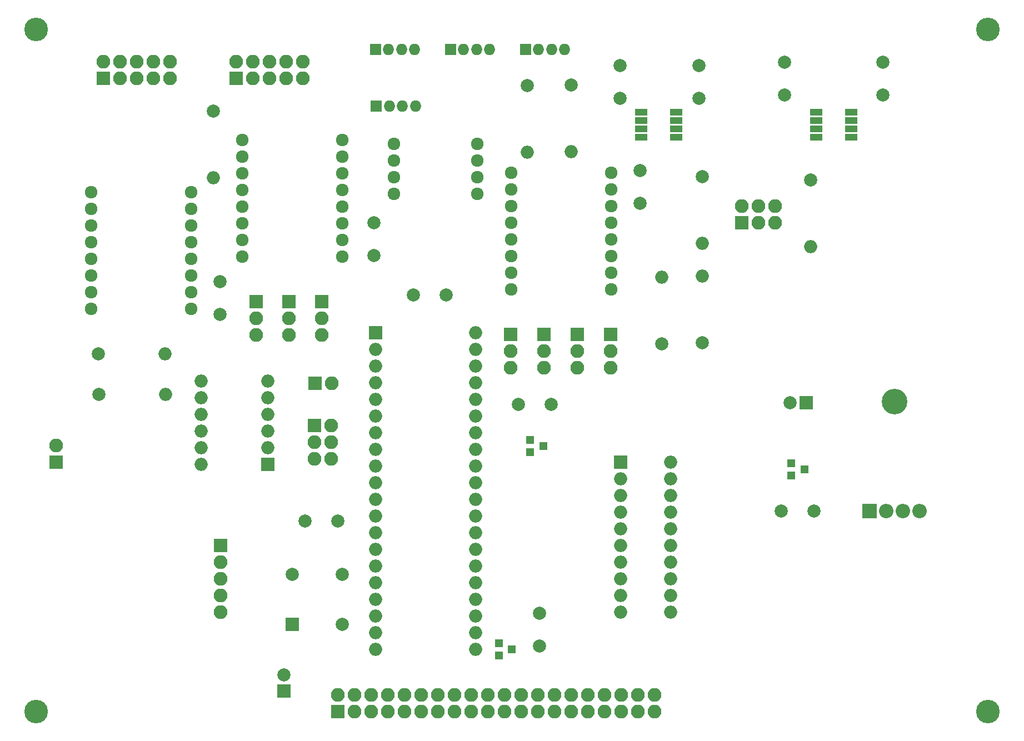
<source format=gts>
G04 #@! TF.FileFunction,Soldermask,Top*
%FSLAX46Y46*%
G04 Gerber Fmt 4.6, Leading zero omitted, Abs format (unit mm)*
G04 Created by KiCad (PCBNEW 4.0.7) date 07/30/18 12:41:52*
%MOMM*%
%LPD*%
G01*
G04 APERTURE LIST*
%ADD10C,0.100000*%
%ADD11C,2.000000*%
%ADD12R,2.000000X2.000000*%
%ADD13C,3.600000*%
%ADD14R,2.100000X2.100000*%
%ADD15O,2.100000X2.100000*%
%ADD16R,1.750000X1.750000*%
%ADD17O,1.750000X1.750000*%
%ADD18O,2.000000X2.000000*%
%ADD19R,1.300000X1.200000*%
%ADD20C,1.924000*%
%ADD21R,1.950000X1.000000*%
%ADD22O,3.900000X3.900000*%
%ADD23R,2.200000X2.200000*%
%ADD24O,2.200000X2.200000*%
G04 APERTURE END LIST*
D10*
D11*
X128476000Y-92200000D03*
X133476000Y-92200000D03*
X168529000Y-108458000D03*
X173529000Y-108458000D03*
X117500000Y-75500000D03*
X112500000Y-75500000D03*
X96000000Y-110000000D03*
X101000000Y-110000000D03*
X83000000Y-73500000D03*
X83000000Y-78500000D03*
X147000000Y-56500000D03*
X147000000Y-61500000D03*
X144000000Y-45500000D03*
X144000000Y-40500000D03*
X169000000Y-45000000D03*
X169000000Y-40000000D03*
X156000000Y-45500000D03*
X156000000Y-40500000D03*
X184000000Y-40000000D03*
X184000000Y-45000000D03*
X106500000Y-69500000D03*
X106500000Y-64500000D03*
D12*
X172339000Y-91948000D03*
D11*
X169839000Y-91948000D03*
D12*
X92710000Y-135890000D03*
D11*
X92710000Y-133390000D03*
D13*
X55000000Y-139000000D03*
X200000000Y-35000000D03*
X55000000Y-35000000D03*
X200000000Y-139000000D03*
D14*
X97409000Y-95377000D03*
D15*
X99949000Y-95377000D03*
X97409000Y-97917000D03*
X99949000Y-97917000D03*
X97409000Y-100457000D03*
X99949000Y-100457000D03*
D14*
X65250000Y-42500000D03*
D15*
X65250000Y-39960000D03*
X67790000Y-42500000D03*
X67790000Y-39960000D03*
X70330000Y-42500000D03*
X70330000Y-39960000D03*
X72870000Y-42500000D03*
X72870000Y-39960000D03*
X75410000Y-42500000D03*
X75410000Y-39960000D03*
D14*
X58000000Y-101000000D03*
D15*
X58000000Y-98460000D03*
D14*
X162500000Y-64500000D03*
D15*
X162500000Y-61960000D03*
X165040000Y-64500000D03*
X165040000Y-61960000D03*
X167580000Y-64500000D03*
X167580000Y-61960000D03*
D14*
X85500000Y-42500000D03*
D15*
X85500000Y-39960000D03*
X88040000Y-42500000D03*
X88040000Y-39960000D03*
X90580000Y-42500000D03*
X90580000Y-39960000D03*
X93120000Y-42500000D03*
X93120000Y-39960000D03*
X95660000Y-42500000D03*
X95660000Y-39960000D03*
D14*
X101000000Y-139000000D03*
D15*
X101000000Y-136460000D03*
X103540000Y-139000000D03*
X103540000Y-136460000D03*
X106080000Y-139000000D03*
X106080000Y-136460000D03*
X108620000Y-139000000D03*
X108620000Y-136460000D03*
X111160000Y-139000000D03*
X111160000Y-136460000D03*
X113700000Y-139000000D03*
X113700000Y-136460000D03*
X116240000Y-139000000D03*
X116240000Y-136460000D03*
X118780000Y-139000000D03*
X118780000Y-136460000D03*
X121320000Y-139000000D03*
X121320000Y-136460000D03*
X123860000Y-139000000D03*
X123860000Y-136460000D03*
X126400000Y-139000000D03*
X126400000Y-136460000D03*
X128940000Y-139000000D03*
X128940000Y-136460000D03*
X131480000Y-139000000D03*
X131480000Y-136460000D03*
X134020000Y-139000000D03*
X134020000Y-136460000D03*
X136560000Y-139000000D03*
X136560000Y-136460000D03*
X139100000Y-139000000D03*
X139100000Y-136460000D03*
X141640000Y-139000000D03*
X141640000Y-136460000D03*
X144180000Y-139000000D03*
X144180000Y-136460000D03*
X146720000Y-139000000D03*
X146720000Y-136460000D03*
X149260000Y-139000000D03*
X149260000Y-136460000D03*
D16*
X106680000Y-38100000D03*
D17*
X108680000Y-38100000D03*
X110680000Y-38100000D03*
X112680000Y-38100000D03*
D16*
X118110000Y-38100000D03*
D17*
X120110000Y-38100000D03*
X122110000Y-38100000D03*
X124110000Y-38100000D03*
D16*
X129540000Y-38100000D03*
D17*
X131540000Y-38100000D03*
X133540000Y-38100000D03*
X135540000Y-38100000D03*
D16*
X106807000Y-46736000D03*
D17*
X108807000Y-46736000D03*
X110807000Y-46736000D03*
X112807000Y-46736000D03*
D14*
X97500000Y-89000000D03*
D15*
X100040000Y-89000000D03*
D14*
X127260000Y-81500000D03*
D15*
X127260000Y-84040000D03*
X127260000Y-86580000D03*
D14*
X88500000Y-76500000D03*
D15*
X88500000Y-79040000D03*
X88500000Y-81580000D03*
D14*
X132340000Y-81500000D03*
D15*
X132340000Y-84040000D03*
X132340000Y-86580000D03*
D14*
X93500000Y-76500000D03*
D15*
X93500000Y-79040000D03*
X93500000Y-81580000D03*
D14*
X137420000Y-81500000D03*
D15*
X137420000Y-84040000D03*
X137420000Y-86580000D03*
D14*
X98500000Y-76500000D03*
D15*
X98500000Y-79040000D03*
X98500000Y-81580000D03*
D14*
X142500000Y-81500000D03*
D15*
X142500000Y-84040000D03*
X142500000Y-86580000D03*
D11*
X64500000Y-84500000D03*
D18*
X74660000Y-84500000D03*
D11*
X64516000Y-90678000D03*
D18*
X74676000Y-90678000D03*
D11*
X129794000Y-43561000D03*
D18*
X129794000Y-53721000D03*
D11*
X136500000Y-43500000D03*
D18*
X136500000Y-53660000D03*
D11*
X82000000Y-47500000D03*
D18*
X82000000Y-57660000D03*
D11*
X150295000Y-82931000D03*
D18*
X150295000Y-72771000D03*
D11*
X173000000Y-58000000D03*
D18*
X173000000Y-68160000D03*
D11*
X156500000Y-57500000D03*
D18*
X156500000Y-67660000D03*
D11*
X156518000Y-82804000D03*
D18*
X156518000Y-72644000D03*
D19*
X130270000Y-97600000D03*
X130270000Y-99500000D03*
X132270000Y-98550000D03*
X170069000Y-101158000D03*
X170069000Y-103058000D03*
X172069000Y-102108000D03*
D12*
X93980000Y-125730000D03*
D11*
X93980000Y-118110000D03*
X101600000Y-118110000D03*
X101600000Y-125730000D03*
D12*
X106680000Y-81280000D03*
D18*
X121920000Y-129540000D03*
X106680000Y-83820000D03*
X121920000Y-127000000D03*
X106680000Y-86360000D03*
X121920000Y-124460000D03*
X106680000Y-88900000D03*
X121920000Y-121920000D03*
X106680000Y-91440000D03*
X121920000Y-119380000D03*
X106680000Y-93980000D03*
X121920000Y-116840000D03*
X106680000Y-96520000D03*
X121920000Y-114300000D03*
X106680000Y-99060000D03*
X121920000Y-111760000D03*
X106680000Y-101600000D03*
X121920000Y-109220000D03*
X106680000Y-104140000D03*
X121920000Y-106680000D03*
X106680000Y-106680000D03*
X121920000Y-104140000D03*
X106680000Y-109220000D03*
X121920000Y-101600000D03*
X106680000Y-111760000D03*
X121920000Y-99060000D03*
X106680000Y-114300000D03*
X121920000Y-96520000D03*
X106680000Y-116840000D03*
X121920000Y-93980000D03*
X106680000Y-119380000D03*
X121920000Y-91440000D03*
X106680000Y-121920000D03*
X121920000Y-88900000D03*
X106680000Y-124460000D03*
X121920000Y-86360000D03*
X106680000Y-127000000D03*
X121920000Y-83820000D03*
X106680000Y-129540000D03*
X121920000Y-81280000D03*
D12*
X90297000Y-101297000D03*
D18*
X80137000Y-88597000D03*
X90297000Y-98757000D03*
X80137000Y-91137000D03*
X90297000Y-96217000D03*
X80137000Y-93677000D03*
X90297000Y-93677000D03*
X80137000Y-96217000D03*
X90297000Y-91137000D03*
X80137000Y-98757000D03*
X90297000Y-88597000D03*
X80137000Y-101297000D03*
D20*
X109500000Y-52500000D03*
X109500000Y-55040000D03*
X109500000Y-57580000D03*
X109500000Y-60120000D03*
X122200000Y-60120000D03*
X122200000Y-57580000D03*
X122200000Y-55040000D03*
X122200000Y-52500000D03*
D12*
X144018000Y-100965000D03*
D18*
X151638000Y-123825000D03*
X144018000Y-103505000D03*
X151638000Y-121285000D03*
X144018000Y-106045000D03*
X151638000Y-118745000D03*
X144018000Y-108585000D03*
X151638000Y-116205000D03*
X144018000Y-111125000D03*
X151638000Y-113665000D03*
X144018000Y-113665000D03*
X151638000Y-111125000D03*
X144018000Y-116205000D03*
X151638000Y-108585000D03*
X144018000Y-118745000D03*
X151638000Y-106045000D03*
X144018000Y-121285000D03*
X151638000Y-103505000D03*
X144018000Y-123825000D03*
X151638000Y-100965000D03*
D14*
X83058000Y-113665000D03*
D15*
X83058000Y-116205000D03*
X83058000Y-118745000D03*
X83058000Y-121285000D03*
X83058000Y-123825000D03*
D21*
X147160000Y-47625000D03*
X147160000Y-48895000D03*
X147160000Y-50165000D03*
X147160000Y-51435000D03*
X152560000Y-51435000D03*
X152560000Y-50165000D03*
X152560000Y-48895000D03*
X152560000Y-47625000D03*
X173830000Y-47625000D03*
X173830000Y-48895000D03*
X173830000Y-50165000D03*
X173830000Y-51435000D03*
X179230000Y-51435000D03*
X179230000Y-50165000D03*
X179230000Y-48895000D03*
X179230000Y-47625000D03*
D19*
X125500000Y-128550000D03*
X125500000Y-130450000D03*
X127500000Y-129500000D03*
D22*
X185801000Y-91798000D03*
D23*
X181991000Y-108458000D03*
D24*
X184531000Y-108458000D03*
X187071000Y-108458000D03*
X189611000Y-108458000D03*
D11*
X131699000Y-129032000D03*
X131699000Y-124032000D03*
D20*
X63380000Y-59840000D03*
X63380000Y-62380000D03*
X63380000Y-64920000D03*
X63380000Y-67460000D03*
X63380000Y-70000000D03*
X63380000Y-72540000D03*
X63380000Y-75080000D03*
X63380000Y-77620000D03*
X78620000Y-77620000D03*
X78620000Y-75080000D03*
X78620000Y-72540000D03*
X78620000Y-70000000D03*
X78620000Y-67460000D03*
X78620000Y-64920000D03*
X78620000Y-62380000D03*
X78620000Y-59840000D03*
X127380000Y-56840000D03*
X127380000Y-59380000D03*
X127380000Y-61920000D03*
X127380000Y-64460000D03*
X127380000Y-67000000D03*
X127380000Y-69540000D03*
X127380000Y-72080000D03*
X127380000Y-74620000D03*
X142620000Y-74620000D03*
X142620000Y-72080000D03*
X142620000Y-69540000D03*
X142620000Y-67000000D03*
X142620000Y-64460000D03*
X142620000Y-61920000D03*
X142620000Y-59380000D03*
X142620000Y-56840000D03*
X86380000Y-51840000D03*
X86380000Y-54380000D03*
X86380000Y-56920000D03*
X86380000Y-59460000D03*
X86380000Y-62000000D03*
X86380000Y-64540000D03*
X86380000Y-67080000D03*
X86380000Y-69620000D03*
X101620000Y-69620000D03*
X101620000Y-67080000D03*
X101620000Y-64540000D03*
X101620000Y-62000000D03*
X101620000Y-59460000D03*
X101620000Y-56920000D03*
X101620000Y-54380000D03*
X101620000Y-51840000D03*
M02*

</source>
